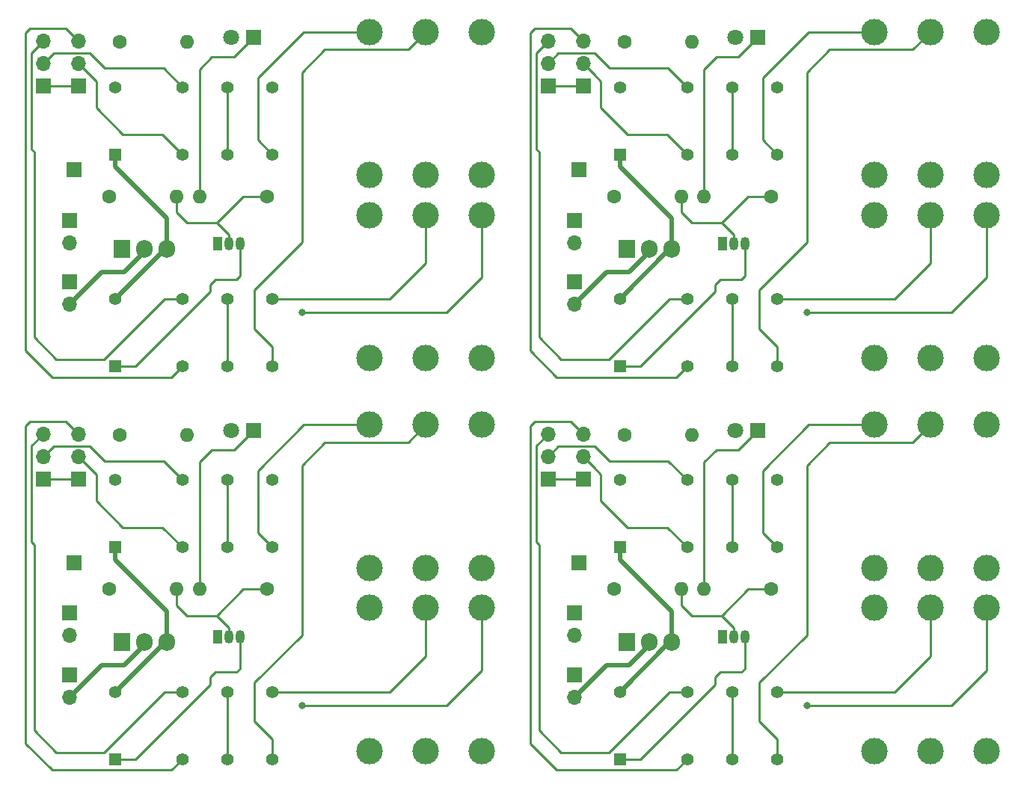
<source format=gbr>
%TF.GenerationSoftware,KiCad,Pcbnew,7.0.9*%
%TF.CreationDate,2024-06-08T21:45:48-04:00*%
%TF.ProjectId,V2 Loop Panel,5632204c-6f6f-4702-9050-616e656c2e6b,rev?*%
%TF.SameCoordinates,Original*%
%TF.FileFunction,Copper,L1,Top*%
%TF.FilePolarity,Positive*%
%FSLAX46Y46*%
G04 Gerber Fmt 4.6, Leading zero omitted, Abs format (unit mm)*
G04 Created by KiCad (PCBNEW 7.0.9) date 2024-06-08 21:45:48*
%MOMM*%
%LPD*%
G01*
G04 APERTURE LIST*
%TA.AperFunction,ComponentPad*%
%ADD10C,1.600000*%
%TD*%
%TA.AperFunction,ComponentPad*%
%ADD11O,1.600000X1.600000*%
%TD*%
%TA.AperFunction,ComponentPad*%
%ADD12R,1.700000X1.700000*%
%TD*%
%TA.AperFunction,ComponentPad*%
%ADD13O,1.700000X1.700000*%
%TD*%
%TA.AperFunction,ComponentPad*%
%ADD14R,1.400000X1.400000*%
%TD*%
%TA.AperFunction,ComponentPad*%
%ADD15C,1.400000*%
%TD*%
%TA.AperFunction,ComponentPad*%
%ADD16R,1.905000X2.000000*%
%TD*%
%TA.AperFunction,ComponentPad*%
%ADD17O,1.905000X2.000000*%
%TD*%
%TA.AperFunction,ComponentPad*%
%ADD18C,3.000000*%
%TD*%
%TA.AperFunction,ComponentPad*%
%ADD19R,1.800000X1.800000*%
%TD*%
%TA.AperFunction,ComponentPad*%
%ADD20C,1.800000*%
%TD*%
%TA.AperFunction,ComponentPad*%
%ADD21R,1.050000X1.500000*%
%TD*%
%TA.AperFunction,ComponentPad*%
%ADD22O,1.050000X1.500000*%
%TD*%
%TA.AperFunction,ViaPad*%
%ADD23C,0.800000*%
%TD*%
%TA.AperFunction,Conductor*%
%ADD24C,0.250000*%
%TD*%
%TA.AperFunction,Conductor*%
%ADD25C,0.500000*%
%TD*%
G04 APERTURE END LIST*
D10*
%TO.P,LGate1,1*%
%TO.N,Board_3-/Control*%
X159510398Y-86010399D03*
D11*
%TO.P,LGate1,2*%
%TO.N,Board_3-Net-(QL1-G)*%
X167130398Y-86010399D03*
%TD*%
D12*
%TO.P,In1,1,Pin_1*%
%TO.N,Board_0-/Signal_Gnd*%
X94875000Y-29025000D03*
D13*
%TO.P,In1,2,Pin_2*%
%TO.N,Board_0-/L_in*%
X94875000Y-26485000D03*
%TO.P,In1,3,Pin_3*%
%TO.N,Board_0-/R_in*%
X94875000Y-23945000D03*
%TD*%
D12*
%TO.P,Out1,1,Pin_1*%
%TO.N,Board_0-/Signal_Gnd*%
X98875000Y-29025000D03*
D13*
%TO.P,Out1,2,Pin_2*%
%TO.N,Board_0-/L_out*%
X98875000Y-26485000D03*
%TO.P,Out1,3,Pin_3*%
%TO.N,Board_0-/R_out*%
X98875000Y-23945000D03*
%TD*%
D12*
%TO.P,In1,1,Pin_1*%
%TO.N,Board_3-/Signal_Gnd*%
X152010398Y-73535399D03*
D13*
%TO.P,In1,2,Pin_2*%
%TO.N,Board_3-/L_in*%
X152010398Y-70995399D03*
%TO.P,In1,3,Pin_3*%
%TO.N,Board_3-/R_in*%
X152010398Y-68455399D03*
%TD*%
D14*
%TO.P,Right1,1*%
%TO.N,Board_0-Net-(QL1-D)*%
X103017500Y-60762500D03*
D15*
%TO.P,Right1,4*%
%TO.N,Board_0-/R_out*%
X110637500Y-60762500D03*
%TO.P,Right1,6*%
%TO.N,Board_0-Net-(Right1-Pad11)*%
X115717500Y-60762500D03*
%TO.P,Right1,8*%
%TO.N,Board_0-/R_Return*%
X120797500Y-60762500D03*
%TO.P,Right1,9*%
%TO.N,Board_0-/R_send*%
X120797500Y-53142500D03*
%TO.P,Right1,11*%
%TO.N,Board_0-Net-(Right1-Pad11)*%
X115717500Y-53142500D03*
%TO.P,Right1,13*%
%TO.N,Board_0-/R_in*%
X110637500Y-53142500D03*
%TO.P,Right1,16*%
%TO.N,Board_0-/5V*%
X103017500Y-53142500D03*
%TD*%
D14*
%TO.P,Left/Mono1,1*%
%TO.N,Board_2-/5V*%
X103017500Y-81272899D03*
D15*
%TO.P,Left/Mono1,4*%
%TO.N,Board_2-/L_out*%
X110637500Y-81272899D03*
%TO.P,Left/Mono1,6*%
%TO.N,Board_2-Net-(Left/Mono1-Pad11)*%
X115717500Y-81272899D03*
%TO.P,Left/Mono1,8*%
%TO.N,Board_2-/L_Return*%
X120797500Y-81272899D03*
%TO.P,Left/Mono1,9*%
%TO.N,Board_2-/L_Send*%
X120797500Y-73652899D03*
%TO.P,Left/Mono1,11*%
%TO.N,Board_2-Net-(Left/Mono1-Pad11)*%
X115717500Y-73652899D03*
%TO.P,Left/Mono1,13*%
%TO.N,Board_2-/L_in*%
X110637500Y-73652899D03*
%TO.P,Left/Mono1,16*%
%TO.N,Board_2-Net-(QL1-D)*%
X103017500Y-73652899D03*
%TD*%
D16*
%TO.P,U1,1,IN*%
%TO.N,Board_2-/9V*%
X103795000Y-92010399D03*
D17*
%TO.P,U1,2,GND*%
%TO.N,Board_2-/Ctrl_GND*%
X106335000Y-92010399D03*
%TO.P,U1,3,OUT*%
%TO.N,Board_2-/5V*%
X108875000Y-92010399D03*
%TD*%
D18*
%TO.P,Send1,R*%
%TO.N,Board_2-/R_send*%
X138200000Y-88145399D03*
%TO.P,Send1,RN*%
%TO.N,Board_2-Net-(R8-Pad2)*%
X138200000Y-104375399D03*
%TO.P,Send1,S*%
%TO.N,Board_2-/Signal_Gnd*%
X144550000Y-88145399D03*
%TO.P,Send1,SN*%
%TO.N,Board_2-unconnected-(Send1-PadSN)*%
X144550000Y-104375399D03*
%TO.P,Send1,T*%
%TO.N,Board_2-/L_Send*%
X131850000Y-88145399D03*
%TO.P,Send1,TN*%
%TO.N,Board_2-Net-(R9-Pad2)*%
X131850000Y-104375399D03*
%TD*%
D19*
%TO.P,D1,1,K*%
%TO.N,Board_2-/Ctrl_GND*%
X118650000Y-68010399D03*
D20*
%TO.P,D1,2,A*%
%TO.N,Board_2-Net-(D1-A)*%
X116110000Y-68010399D03*
%TD*%
D21*
%TO.P,QL1,1,S*%
%TO.N,Board_2-/Ctrl_GND*%
X114605000Y-91370399D03*
D22*
%TO.P,QL1,2,G*%
%TO.N,Board_2-Net-(QL1-G)*%
X115875000Y-91370399D03*
%TO.P,QL1,3,D*%
%TO.N,Board_2-Net-(QL1-D)*%
X117145000Y-91370399D03*
%TD*%
D19*
%TO.P,D1,1,K*%
%TO.N,Board_1-/Ctrl_GND*%
X175785398Y-23500000D03*
D20*
%TO.P,D1,2,A*%
%TO.N,Board_1-Net-(D1-A)*%
X173245398Y-23500000D03*
%TD*%
D12*
%TO.P,In1,1,Pin_1*%
%TO.N,Board_2-/Signal_Gnd*%
X94875000Y-73535399D03*
D13*
%TO.P,In1,2,Pin_2*%
%TO.N,Board_2-/L_in*%
X94875000Y-70995399D03*
%TO.P,In1,3,Pin_3*%
%TO.N,Board_2-/R_in*%
X94875000Y-68455399D03*
%TD*%
D18*
%TO.P,Return1,R*%
%TO.N,Board_1-/R_Return*%
X195335398Y-22885000D03*
%TO.P,Return1,RN*%
%TO.N,Board_1-Net-(R8-Pad1)*%
X195335398Y-39115000D03*
%TO.P,Return1,S*%
%TO.N,Board_1-/Signal_Gnd*%
X201685398Y-22885000D03*
%TO.P,Return1,SN*%
%TO.N,Board_1-unconnected-(Return1-PadSN)*%
X201685398Y-39115000D03*
%TO.P,Return1,T*%
%TO.N,Board_1-/L_Return*%
X188985398Y-22885000D03*
%TO.P,Return1,TN*%
%TO.N,Board_1-Net-(R9-Pad1)*%
X188985398Y-39115000D03*
%TD*%
D21*
%TO.P,QL1,1,S*%
%TO.N,Board_1-/Ctrl_GND*%
X171740398Y-46860000D03*
D22*
%TO.P,QL1,2,G*%
%TO.N,Board_1-Net-(QL1-G)*%
X173010398Y-46860000D03*
%TO.P,QL1,3,D*%
%TO.N,Board_1-Net-(QL1-D)*%
X174280398Y-46860000D03*
%TD*%
D12*
%TO.P,J1,1,Pin_1*%
%TO.N,Board_2-/Control*%
X98375000Y-83010399D03*
%TD*%
%TO.P,J2,1,Pin_1*%
%TO.N,Board_2-/9V*%
X97875000Y-95735399D03*
D13*
%TO.P,J2,2,Pin_2*%
%TO.N,Board_2-/Ctrl_GND*%
X97875000Y-98275399D03*
%TD*%
D12*
%TO.P,J2,1,Pin_1*%
%TO.N,Board_0-/9V*%
X97875000Y-51225000D03*
D13*
%TO.P,J2,2,Pin_2*%
%TO.N,Board_0-/Ctrl_GND*%
X97875000Y-53765000D03*
%TD*%
D10*
%TO.P,RLed1,1*%
%TO.N,Board_0-/Control*%
X103565000Y-24000000D03*
D11*
%TO.P,RLed1,2*%
%TO.N,Board_0-Net-(D1-A)*%
X111185000Y-24000000D03*
%TD*%
D10*
%TO.P,LeftPD1,1*%
%TO.N,Board_1-Net-(QL1-G)*%
X177320398Y-41500000D03*
D11*
%TO.P,LeftPD1,2*%
%TO.N,Board_1-/Ctrl_GND*%
X169700398Y-41500000D03*
%TD*%
D12*
%TO.P,In1,1,Pin_1*%
%TO.N,Board_1-/Signal_Gnd*%
X152010398Y-29025000D03*
D13*
%TO.P,In1,2,Pin_2*%
%TO.N,Board_1-/L_in*%
X152010398Y-26485000D03*
%TO.P,In1,3,Pin_3*%
%TO.N,Board_1-/R_in*%
X152010398Y-23945000D03*
%TD*%
D10*
%TO.P,LeftPD1,1*%
%TO.N,Board_3-Net-(QL1-G)*%
X177320398Y-86010399D03*
D11*
%TO.P,LeftPD1,2*%
%TO.N,Board_3-/Ctrl_GND*%
X169700398Y-86010399D03*
%TD*%
D14*
%TO.P,Right1,1*%
%TO.N,Board_3-Net-(QL1-D)*%
X160152898Y-105272899D03*
D15*
%TO.P,Right1,4*%
%TO.N,Board_3-/R_out*%
X167772898Y-105272899D03*
%TO.P,Right1,6*%
%TO.N,Board_3-Net-(Right1-Pad11)*%
X172852898Y-105272899D03*
%TO.P,Right1,8*%
%TO.N,Board_3-/R_Return*%
X177932898Y-105272899D03*
%TO.P,Right1,9*%
%TO.N,Board_3-/R_send*%
X177932898Y-97652899D03*
%TO.P,Right1,11*%
%TO.N,Board_3-Net-(Right1-Pad11)*%
X172852898Y-97652899D03*
%TO.P,Right1,13*%
%TO.N,Board_3-/R_in*%
X167772898Y-97652899D03*
%TO.P,Right1,16*%
%TO.N,Board_3-/5V*%
X160152898Y-97652899D03*
%TD*%
D14*
%TO.P,Left/Mono1,1*%
%TO.N,Board_3-/5V*%
X160152898Y-81272899D03*
D15*
%TO.P,Left/Mono1,4*%
%TO.N,Board_3-/L_out*%
X167772898Y-81272899D03*
%TO.P,Left/Mono1,6*%
%TO.N,Board_3-Net-(Left/Mono1-Pad11)*%
X172852898Y-81272899D03*
%TO.P,Left/Mono1,8*%
%TO.N,Board_3-/L_Return*%
X177932898Y-81272899D03*
%TO.P,Left/Mono1,9*%
%TO.N,Board_3-/L_Send*%
X177932898Y-73652899D03*
%TO.P,Left/Mono1,11*%
%TO.N,Board_3-Net-(Left/Mono1-Pad11)*%
X172852898Y-73652899D03*
%TO.P,Left/Mono1,13*%
%TO.N,Board_3-/L_in*%
X167772898Y-73652899D03*
%TO.P,Left/Mono1,16*%
%TO.N,Board_3-Net-(QL1-D)*%
X160152898Y-73652899D03*
%TD*%
D12*
%TO.P,Out1,1,Pin_1*%
%TO.N,Board_2-/Signal_Gnd*%
X98875000Y-73535399D03*
D13*
%TO.P,Out1,2,Pin_2*%
%TO.N,Board_2-/L_out*%
X98875000Y-70995399D03*
%TO.P,Out1,3,Pin_3*%
%TO.N,Board_2-/R_out*%
X98875000Y-68455399D03*
%TD*%
D12*
%TO.P,J3,1,Pin_1*%
%TO.N,Board_2-/9V*%
X97875000Y-88735399D03*
D13*
%TO.P,J3,2,Pin_2*%
%TO.N,Board_2-/Ctrl_GND*%
X97875000Y-91275399D03*
%TD*%
D18*
%TO.P,Send1,R*%
%TO.N,Board_3-/R_send*%
X195335398Y-88145399D03*
%TO.P,Send1,RN*%
%TO.N,Board_3-Net-(R8-Pad2)*%
X195335398Y-104375399D03*
%TO.P,Send1,S*%
%TO.N,Board_3-/Signal_Gnd*%
X201685398Y-88145399D03*
%TO.P,Send1,SN*%
%TO.N,Board_3-unconnected-(Send1-PadSN)*%
X201685398Y-104375399D03*
%TO.P,Send1,T*%
%TO.N,Board_3-/L_Send*%
X188985398Y-88145399D03*
%TO.P,Send1,TN*%
%TO.N,Board_3-Net-(R9-Pad2)*%
X188985398Y-104375399D03*
%TD*%
D14*
%TO.P,Left/Mono1,1*%
%TO.N,Board_0-/5V*%
X103017500Y-36762500D03*
D15*
%TO.P,Left/Mono1,4*%
%TO.N,Board_0-/L_out*%
X110637500Y-36762500D03*
%TO.P,Left/Mono1,6*%
%TO.N,Board_0-Net-(Left/Mono1-Pad11)*%
X115717500Y-36762500D03*
%TO.P,Left/Mono1,8*%
%TO.N,Board_0-/L_Return*%
X120797500Y-36762500D03*
%TO.P,Left/Mono1,9*%
%TO.N,Board_0-/L_Send*%
X120797500Y-29142500D03*
%TO.P,Left/Mono1,11*%
%TO.N,Board_0-Net-(Left/Mono1-Pad11)*%
X115717500Y-29142500D03*
%TO.P,Left/Mono1,13*%
%TO.N,Board_0-/L_in*%
X110637500Y-29142500D03*
%TO.P,Left/Mono1,16*%
%TO.N,Board_0-Net-(QL1-D)*%
X103017500Y-29142500D03*
%TD*%
D14*
%TO.P,Right1,1*%
%TO.N,Board_1-Net-(QL1-D)*%
X160152898Y-60762500D03*
D15*
%TO.P,Right1,4*%
%TO.N,Board_1-/R_out*%
X167772898Y-60762500D03*
%TO.P,Right1,6*%
%TO.N,Board_1-Net-(Right1-Pad11)*%
X172852898Y-60762500D03*
%TO.P,Right1,8*%
%TO.N,Board_1-/R_Return*%
X177932898Y-60762500D03*
%TO.P,Right1,9*%
%TO.N,Board_1-/R_send*%
X177932898Y-53142500D03*
%TO.P,Right1,11*%
%TO.N,Board_1-Net-(Right1-Pad11)*%
X172852898Y-53142500D03*
%TO.P,Right1,13*%
%TO.N,Board_1-/R_in*%
X167772898Y-53142500D03*
%TO.P,Right1,16*%
%TO.N,Board_1-/5V*%
X160152898Y-53142500D03*
%TD*%
D12*
%TO.P,J1,1,Pin_1*%
%TO.N,Board_1-/Control*%
X155510398Y-38500000D03*
%TD*%
D14*
%TO.P,Right1,1*%
%TO.N,Board_2-Net-(QL1-D)*%
X103017500Y-105272899D03*
D15*
%TO.P,Right1,4*%
%TO.N,Board_2-/R_out*%
X110637500Y-105272899D03*
%TO.P,Right1,6*%
%TO.N,Board_2-Net-(Right1-Pad11)*%
X115717500Y-105272899D03*
%TO.P,Right1,8*%
%TO.N,Board_2-/R_Return*%
X120797500Y-105272899D03*
%TO.P,Right1,9*%
%TO.N,Board_2-/R_send*%
X120797500Y-97652899D03*
%TO.P,Right1,11*%
%TO.N,Board_2-Net-(Right1-Pad11)*%
X115717500Y-97652899D03*
%TO.P,Right1,13*%
%TO.N,Board_2-/R_in*%
X110637500Y-97652899D03*
%TO.P,Right1,16*%
%TO.N,Board_2-/5V*%
X103017500Y-97652899D03*
%TD*%
D10*
%TO.P,LGate1,1*%
%TO.N,Board_0-/Control*%
X102375000Y-41500000D03*
D11*
%TO.P,LGate1,2*%
%TO.N,Board_0-Net-(QL1-G)*%
X109995000Y-41500000D03*
%TD*%
D10*
%TO.P,LGate1,1*%
%TO.N,Board_2-/Control*%
X102375000Y-86010399D03*
D11*
%TO.P,LGate1,2*%
%TO.N,Board_2-Net-(QL1-G)*%
X109995000Y-86010399D03*
%TD*%
D19*
%TO.P,D1,1,K*%
%TO.N,Board_3-/Ctrl_GND*%
X175785398Y-68010399D03*
D20*
%TO.P,D1,2,A*%
%TO.N,Board_3-Net-(D1-A)*%
X173245398Y-68010399D03*
%TD*%
D12*
%TO.P,J1,1,Pin_1*%
%TO.N,Board_0-/Control*%
X98375000Y-38500000D03*
%TD*%
%TO.P,J2,1,Pin_1*%
%TO.N,Board_1-/9V*%
X155010398Y-51225000D03*
D13*
%TO.P,J2,2,Pin_2*%
%TO.N,Board_1-/Ctrl_GND*%
X155010398Y-53765000D03*
%TD*%
D21*
%TO.P,QL1,1,S*%
%TO.N,Board_0-/Ctrl_GND*%
X114605000Y-46860000D03*
D22*
%TO.P,QL1,2,G*%
%TO.N,Board_0-Net-(QL1-G)*%
X115875000Y-46860000D03*
%TO.P,QL1,3,D*%
%TO.N,Board_0-Net-(QL1-D)*%
X117145000Y-46860000D03*
%TD*%
D16*
%TO.P,U1,1,IN*%
%TO.N,Board_3-/9V*%
X160930398Y-92010399D03*
D17*
%TO.P,U1,2,GND*%
%TO.N,Board_3-/Ctrl_GND*%
X163470398Y-92010399D03*
%TO.P,U1,3,OUT*%
%TO.N,Board_3-/5V*%
X166010398Y-92010399D03*
%TD*%
D12*
%TO.P,J3,1,Pin_1*%
%TO.N,Board_1-/9V*%
X155010398Y-44225000D03*
D13*
%TO.P,J3,2,Pin_2*%
%TO.N,Board_1-/Ctrl_GND*%
X155010398Y-46765000D03*
%TD*%
D19*
%TO.P,D1,1,K*%
%TO.N,Board_0-/Ctrl_GND*%
X118650000Y-23500000D03*
D20*
%TO.P,D1,2,A*%
%TO.N,Board_0-Net-(D1-A)*%
X116110000Y-23500000D03*
%TD*%
D12*
%TO.P,J3,1,Pin_1*%
%TO.N,Board_3-/9V*%
X155010398Y-88735399D03*
D13*
%TO.P,J3,2,Pin_2*%
%TO.N,Board_3-/Ctrl_GND*%
X155010398Y-91275399D03*
%TD*%
D16*
%TO.P,U1,1,IN*%
%TO.N,Board_1-/9V*%
X160930398Y-47500000D03*
D17*
%TO.P,U1,2,GND*%
%TO.N,Board_1-/Ctrl_GND*%
X163470398Y-47500000D03*
%TO.P,U1,3,OUT*%
%TO.N,Board_1-/5V*%
X166010398Y-47500000D03*
%TD*%
D18*
%TO.P,Return1,R*%
%TO.N,Board_2-/R_Return*%
X138200000Y-67395399D03*
%TO.P,Return1,RN*%
%TO.N,Board_2-Net-(R8-Pad1)*%
X138200000Y-83625399D03*
%TO.P,Return1,S*%
%TO.N,Board_2-/Signal_Gnd*%
X144550000Y-67395399D03*
%TO.P,Return1,SN*%
%TO.N,Board_2-unconnected-(Return1-PadSN)*%
X144550000Y-83625399D03*
%TO.P,Return1,T*%
%TO.N,Board_2-/L_Return*%
X131850000Y-67395399D03*
%TO.P,Return1,TN*%
%TO.N,Board_2-Net-(R9-Pad1)*%
X131850000Y-83625399D03*
%TD*%
D12*
%TO.P,Out1,1,Pin_1*%
%TO.N,Board_1-/Signal_Gnd*%
X156010398Y-29025000D03*
D13*
%TO.P,Out1,2,Pin_2*%
%TO.N,Board_1-/L_out*%
X156010398Y-26485000D03*
%TO.P,Out1,3,Pin_3*%
%TO.N,Board_1-/R_out*%
X156010398Y-23945000D03*
%TD*%
D14*
%TO.P,Left/Mono1,1*%
%TO.N,Board_1-/5V*%
X160152898Y-36762500D03*
D15*
%TO.P,Left/Mono1,4*%
%TO.N,Board_1-/L_out*%
X167772898Y-36762500D03*
%TO.P,Left/Mono1,6*%
%TO.N,Board_1-Net-(Left/Mono1-Pad11)*%
X172852898Y-36762500D03*
%TO.P,Left/Mono1,8*%
%TO.N,Board_1-/L_Return*%
X177932898Y-36762500D03*
%TO.P,Left/Mono1,9*%
%TO.N,Board_1-/L_Send*%
X177932898Y-29142500D03*
%TO.P,Left/Mono1,11*%
%TO.N,Board_1-Net-(Left/Mono1-Pad11)*%
X172852898Y-29142500D03*
%TO.P,Left/Mono1,13*%
%TO.N,Board_1-/L_in*%
X167772898Y-29142500D03*
%TO.P,Left/Mono1,16*%
%TO.N,Board_1-Net-(QL1-D)*%
X160152898Y-29142500D03*
%TD*%
D16*
%TO.P,U1,1,IN*%
%TO.N,Board_0-/9V*%
X103795000Y-47500000D03*
D17*
%TO.P,U1,2,GND*%
%TO.N,Board_0-/Ctrl_GND*%
X106335000Y-47500000D03*
%TO.P,U1,3,OUT*%
%TO.N,Board_0-/5V*%
X108875000Y-47500000D03*
%TD*%
D10*
%TO.P,RLed1,1*%
%TO.N,Board_2-/Control*%
X103565000Y-68510399D03*
D11*
%TO.P,RLed1,2*%
%TO.N,Board_2-Net-(D1-A)*%
X111185000Y-68510399D03*
%TD*%
D12*
%TO.P,J3,1,Pin_1*%
%TO.N,Board_0-/9V*%
X97875000Y-44225000D03*
D13*
%TO.P,J3,2,Pin_2*%
%TO.N,Board_0-/Ctrl_GND*%
X97875000Y-46765000D03*
%TD*%
D18*
%TO.P,Return1,R*%
%TO.N,Board_0-/R_Return*%
X138200000Y-22885000D03*
%TO.P,Return1,RN*%
%TO.N,Board_0-Net-(R8-Pad1)*%
X138200000Y-39115000D03*
%TO.P,Return1,S*%
%TO.N,Board_0-/Signal_Gnd*%
X144550000Y-22885000D03*
%TO.P,Return1,SN*%
%TO.N,Board_0-unconnected-(Return1-PadSN)*%
X144550000Y-39115000D03*
%TO.P,Return1,T*%
%TO.N,Board_0-/L_Return*%
X131850000Y-22885000D03*
%TO.P,Return1,TN*%
%TO.N,Board_0-Net-(R9-Pad1)*%
X131850000Y-39115000D03*
%TD*%
D12*
%TO.P,J1,1,Pin_1*%
%TO.N,Board_3-/Control*%
X155510398Y-83010399D03*
%TD*%
D18*
%TO.P,Send1,R*%
%TO.N,Board_0-/R_send*%
X138200000Y-43635000D03*
%TO.P,Send1,RN*%
%TO.N,Board_0-Net-(R8-Pad2)*%
X138200000Y-59865000D03*
%TO.P,Send1,S*%
%TO.N,Board_0-/Signal_Gnd*%
X144550000Y-43635000D03*
%TO.P,Send1,SN*%
%TO.N,Board_0-unconnected-(Send1-PadSN)*%
X144550000Y-59865000D03*
%TO.P,Send1,T*%
%TO.N,Board_0-/L_Send*%
X131850000Y-43635000D03*
%TO.P,Send1,TN*%
%TO.N,Board_0-Net-(R9-Pad2)*%
X131850000Y-59865000D03*
%TD*%
%TO.P,Return1,R*%
%TO.N,Board_3-/R_Return*%
X195335398Y-67395399D03*
%TO.P,Return1,RN*%
%TO.N,Board_3-Net-(R8-Pad1)*%
X195335398Y-83625399D03*
%TO.P,Return1,S*%
%TO.N,Board_3-/Signal_Gnd*%
X201685398Y-67395399D03*
%TO.P,Return1,SN*%
%TO.N,Board_3-unconnected-(Return1-PadSN)*%
X201685398Y-83625399D03*
%TO.P,Return1,T*%
%TO.N,Board_3-/L_Return*%
X188985398Y-67395399D03*
%TO.P,Return1,TN*%
%TO.N,Board_3-Net-(R9-Pad1)*%
X188985398Y-83625399D03*
%TD*%
%TO.P,Send1,R*%
%TO.N,Board_1-/R_send*%
X195335398Y-43635000D03*
%TO.P,Send1,RN*%
%TO.N,Board_1-Net-(R8-Pad2)*%
X195335398Y-59865000D03*
%TO.P,Send1,S*%
%TO.N,Board_1-/Signal_Gnd*%
X201685398Y-43635000D03*
%TO.P,Send1,SN*%
%TO.N,Board_1-unconnected-(Send1-PadSN)*%
X201685398Y-59865000D03*
%TO.P,Send1,T*%
%TO.N,Board_1-/L_Send*%
X188985398Y-43635000D03*
%TO.P,Send1,TN*%
%TO.N,Board_1-Net-(R9-Pad2)*%
X188985398Y-59865000D03*
%TD*%
D10*
%TO.P,RLed1,1*%
%TO.N,Board_1-/Control*%
X160700398Y-24000000D03*
D11*
%TO.P,RLed1,2*%
%TO.N,Board_1-Net-(D1-A)*%
X168320398Y-24000000D03*
%TD*%
D12*
%TO.P,Out1,1,Pin_1*%
%TO.N,Board_3-/Signal_Gnd*%
X156010398Y-73535399D03*
D13*
%TO.P,Out1,2,Pin_2*%
%TO.N,Board_3-/L_out*%
X156010398Y-70995399D03*
%TO.P,Out1,3,Pin_3*%
%TO.N,Board_3-/R_out*%
X156010398Y-68455399D03*
%TD*%
D12*
%TO.P,J2,1,Pin_1*%
%TO.N,Board_3-/9V*%
X155010398Y-95735399D03*
D13*
%TO.P,J2,2,Pin_2*%
%TO.N,Board_3-/Ctrl_GND*%
X155010398Y-98275399D03*
%TD*%
D10*
%TO.P,LGate1,1*%
%TO.N,Board_1-/Control*%
X159510398Y-41500000D03*
D11*
%TO.P,LGate1,2*%
%TO.N,Board_1-Net-(QL1-G)*%
X167130398Y-41500000D03*
%TD*%
D10*
%TO.P,LeftPD1,1*%
%TO.N,Board_2-Net-(QL1-G)*%
X120185000Y-86010399D03*
D11*
%TO.P,LeftPD1,2*%
%TO.N,Board_2-/Ctrl_GND*%
X112565000Y-86010399D03*
%TD*%
D10*
%TO.P,LeftPD1,1*%
%TO.N,Board_0-Net-(QL1-G)*%
X120185000Y-41500000D03*
D11*
%TO.P,LeftPD1,2*%
%TO.N,Board_0-/Ctrl_GND*%
X112565000Y-41500000D03*
%TD*%
D10*
%TO.P,RLed1,1*%
%TO.N,Board_3-/Control*%
X160700398Y-68510399D03*
D11*
%TO.P,RLed1,2*%
%TO.N,Board_3-Net-(D1-A)*%
X168320398Y-68510399D03*
%TD*%
D21*
%TO.P,QL1,1,S*%
%TO.N,Board_3-/Ctrl_GND*%
X171740398Y-91370399D03*
D22*
%TO.P,QL1,2,G*%
%TO.N,Board_3-Net-(QL1-G)*%
X173010398Y-91370399D03*
%TO.P,QL1,3,D*%
%TO.N,Board_3-Net-(QL1-D)*%
X174280398Y-91370399D03*
%TD*%
D23*
%TO.N,Board_3-/Signal_Gnd*%
X181310398Y-99210399D03*
%TO.N,Board_2-/Signal_Gnd*%
X124175000Y-99210399D03*
%TO.N,Board_1-/Signal_Gnd*%
X181310398Y-54700000D03*
%TO.N,Board_0-/Signal_Gnd*%
X124175000Y-54700000D03*
%TD*%
D24*
%TO.N,Board_3-Net-(Right1-Pad11)*%
X172852898Y-105272899D02*
X172852898Y-97652899D01*
%TO.N,Board_3-Net-(QL1-G)*%
X167130398Y-87830399D02*
X167130398Y-86010399D01*
X173010398Y-90370399D02*
X171650398Y-89010399D01*
X171650398Y-89010399D02*
X168310398Y-89010399D01*
X173010398Y-91370399D02*
X173010398Y-90370399D01*
X174650398Y-86010399D02*
X177320398Y-86010399D01*
X171650398Y-89010399D02*
X174650398Y-86010399D01*
X168310398Y-89010399D02*
X167130398Y-87830399D01*
%TO.N,Board_3-Net-(QL1-D)*%
X174280398Y-95040399D02*
X174280398Y-91370399D01*
X162447898Y-105272899D02*
X170910398Y-96810399D01*
X171510398Y-95410399D02*
X173910398Y-95410399D01*
X160152898Y-105272899D02*
X162447898Y-105272899D01*
X170910398Y-96810399D02*
X170910398Y-96010399D01*
X170910398Y-96010399D02*
X171510398Y-95410399D01*
X173910398Y-95410399D02*
X174280398Y-95040399D01*
%TO.N,Board_3-Net-(Left/Mono1-Pad11)*%
X172852898Y-73652899D02*
X172852898Y-81272899D01*
%TO.N,Board_3-/Signal_Gnd*%
X201685398Y-95235399D02*
X197710398Y-99210399D01*
X152010398Y-73535399D02*
X156010398Y-73535399D01*
X201685398Y-88145399D02*
X201685398Y-95235399D01*
X197710398Y-99210399D02*
X181310398Y-99210399D01*
%TO.N,Board_3-/R_send*%
X195335398Y-93585399D02*
X195335398Y-88145399D01*
X177932898Y-97652899D02*
X191267898Y-97652899D01*
X191267898Y-97652899D02*
X195335398Y-93585399D01*
%TO.N,Board_3-/R_out*%
X166535398Y-106510399D02*
X167772898Y-105272899D01*
X150510398Y-67010399D02*
X150010398Y-67510399D01*
X150010398Y-67510399D02*
X150010398Y-103510399D01*
X156010398Y-68455399D02*
X154565398Y-67010399D01*
X153010398Y-106510399D02*
X166535398Y-106510399D01*
X154565398Y-67010399D02*
X150510398Y-67010399D01*
X150010398Y-103510399D02*
X153010398Y-106510399D01*
%TO.N,Board_3-/R_in*%
X165722898Y-97652899D02*
X167772898Y-97652899D01*
X150696794Y-80696795D02*
X151010398Y-81010399D01*
X150696794Y-69769003D02*
X150696794Y-80696795D01*
X151010398Y-102010399D02*
X153510398Y-104510399D01*
X158865398Y-104510399D02*
X165722898Y-97652899D01*
X152010398Y-68455399D02*
X150696794Y-69769003D01*
X153510398Y-104510399D02*
X158865398Y-104510399D01*
X151010398Y-81010399D02*
X151010398Y-102010399D01*
%TO.N,Board_3-/R_Return*%
X183910398Y-69410399D02*
X193320398Y-69410399D01*
X177932898Y-103032899D02*
X175910398Y-101010399D01*
X177932898Y-105272899D02*
X177932898Y-103032899D01*
X181310398Y-91210399D02*
X181310398Y-72010399D01*
X181310398Y-72010399D02*
X183910398Y-69410399D01*
X193320398Y-69410399D02*
X195335398Y-67395399D01*
X175910398Y-101010399D02*
X175910398Y-96610399D01*
X175910398Y-96610399D02*
X181310398Y-91210399D01*
%TO.N,Board_3-/L_out*%
X161010398Y-79010399D02*
X165510398Y-79010399D01*
X157185398Y-72170399D02*
X157185398Y-72185399D01*
X157185398Y-72185399D02*
X158010398Y-73010399D01*
X165510398Y-79010399D02*
X167772898Y-81272899D01*
X158010398Y-73010399D02*
X158010398Y-76010399D01*
X158010398Y-76010399D02*
X161010398Y-79010399D01*
X156010398Y-70995399D02*
X157185398Y-72170399D01*
%TO.N,Board_3-/L_in*%
X165630398Y-71510399D02*
X167772898Y-73652899D01*
X157320398Y-69820399D02*
X159010398Y-71510399D01*
X152010398Y-70995399D02*
X153185398Y-69820399D01*
X159010398Y-71510399D02*
X165630398Y-71510399D01*
X153185398Y-69820399D02*
X157320398Y-69820399D01*
%TO.N,Board_3-/L_Return*%
X176310398Y-72610399D02*
X181525398Y-67395399D01*
X181525398Y-67395399D02*
X188985398Y-67395399D01*
X177932898Y-81272899D02*
X176310398Y-79650399D01*
X176310398Y-79650399D02*
X176310398Y-72610399D01*
D25*
%TO.N,Board_3-/Ctrl_GND*%
X163470398Y-92322899D02*
X163470398Y-92010399D01*
X158675398Y-94610399D02*
X161182898Y-94610399D01*
X155010398Y-98275399D02*
X158675398Y-94610399D01*
D24*
X171110398Y-70210399D02*
X169700398Y-71620399D01*
X173585398Y-70210399D02*
X171110398Y-70210399D01*
X175785398Y-68010399D02*
X173585398Y-70210399D01*
D25*
X161182898Y-94610399D02*
X163470398Y-92322899D01*
D24*
X169700398Y-71620399D02*
X169700398Y-86010399D01*
D25*
%TO.N,Board_3-/5V*%
X160152898Y-81272899D02*
X160152898Y-82652899D01*
X165795398Y-92010399D02*
X166010398Y-92010399D01*
X160152898Y-97652899D02*
X165795398Y-92010399D01*
X160152898Y-82652899D02*
X166010398Y-88510399D01*
X166010398Y-88510399D02*
X166010398Y-92010399D01*
D24*
%TO.N,Board_2-Net-(Right1-Pad11)*%
X115717500Y-105272899D02*
X115717500Y-97652899D01*
%TO.N,Board_2-Net-(QL1-G)*%
X115875000Y-90370399D02*
X114515000Y-89010399D01*
X117515000Y-86010399D02*
X120185000Y-86010399D01*
X115875000Y-91370399D02*
X115875000Y-90370399D01*
X109995000Y-87830399D02*
X109995000Y-86010399D01*
X114515000Y-89010399D02*
X111175000Y-89010399D01*
X114515000Y-89010399D02*
X117515000Y-86010399D01*
X111175000Y-89010399D02*
X109995000Y-87830399D01*
%TO.N,Board_2-Net-(QL1-D)*%
X113775000Y-96010399D02*
X114375000Y-95410399D01*
X105312500Y-105272899D02*
X113775000Y-96810399D01*
X116775000Y-95410399D02*
X117145000Y-95040399D01*
X114375000Y-95410399D02*
X116775000Y-95410399D01*
X103017500Y-105272899D02*
X105312500Y-105272899D01*
X117145000Y-95040399D02*
X117145000Y-91370399D01*
X113775000Y-96810399D02*
X113775000Y-96010399D01*
%TO.N,Board_2-Net-(Left/Mono1-Pad11)*%
X115717500Y-73652899D02*
X115717500Y-81272899D01*
%TO.N,Board_2-/Signal_Gnd*%
X140575000Y-99210399D02*
X124175000Y-99210399D01*
X144550000Y-88145399D02*
X144550000Y-95235399D01*
X94875000Y-73535399D02*
X98875000Y-73535399D01*
X144550000Y-95235399D02*
X140575000Y-99210399D01*
%TO.N,Board_2-/R_send*%
X134132500Y-97652899D02*
X138200000Y-93585399D01*
X138200000Y-93585399D02*
X138200000Y-88145399D01*
X120797500Y-97652899D02*
X134132500Y-97652899D01*
%TO.N,Board_2-/R_out*%
X97430000Y-67010399D02*
X93375000Y-67010399D01*
X92875000Y-67510399D02*
X92875000Y-103510399D01*
X98875000Y-68455399D02*
X97430000Y-67010399D01*
X95875000Y-106510399D02*
X109400000Y-106510399D01*
X109400000Y-106510399D02*
X110637500Y-105272899D01*
X92875000Y-103510399D02*
X95875000Y-106510399D01*
X93375000Y-67010399D02*
X92875000Y-67510399D01*
%TO.N,Board_2-/R_in*%
X101730000Y-104510399D02*
X108587500Y-97652899D01*
X93875000Y-102010399D02*
X96375000Y-104510399D01*
X96375000Y-104510399D02*
X101730000Y-104510399D01*
X108587500Y-97652899D02*
X110637500Y-97652899D01*
X93561396Y-69769003D02*
X93561396Y-80696795D01*
X93875000Y-81010399D02*
X93875000Y-102010399D01*
X94875000Y-68455399D02*
X93561396Y-69769003D01*
X93561396Y-80696795D02*
X93875000Y-81010399D01*
%TO.N,Board_2-/R_Return*%
X136185000Y-69410399D02*
X138200000Y-67395399D01*
X120797500Y-103032899D02*
X118775000Y-101010399D01*
X124175000Y-72010399D02*
X126775000Y-69410399D01*
X126775000Y-69410399D02*
X136185000Y-69410399D01*
X120797500Y-105272899D02*
X120797500Y-103032899D01*
X118775000Y-101010399D02*
X118775000Y-96610399D01*
X124175000Y-91210399D02*
X124175000Y-72010399D01*
X118775000Y-96610399D02*
X124175000Y-91210399D01*
%TO.N,Board_2-/L_out*%
X100050000Y-72185399D02*
X100875000Y-73010399D01*
X108375000Y-79010399D02*
X110637500Y-81272899D01*
X98875000Y-70995399D02*
X100050000Y-72170399D01*
X103875000Y-79010399D02*
X108375000Y-79010399D01*
X100875000Y-73010399D02*
X100875000Y-76010399D01*
X100050000Y-72170399D02*
X100050000Y-72185399D01*
X100875000Y-76010399D02*
X103875000Y-79010399D01*
%TO.N,Board_2-/L_in*%
X100185000Y-69820399D02*
X101875000Y-71510399D01*
X101875000Y-71510399D02*
X108495000Y-71510399D01*
X108495000Y-71510399D02*
X110637500Y-73652899D01*
X94875000Y-70995399D02*
X96050000Y-69820399D01*
X96050000Y-69820399D02*
X100185000Y-69820399D01*
%TO.N,Board_2-/L_Return*%
X124390000Y-67395399D02*
X131850000Y-67395399D01*
X120797500Y-81272899D02*
X119175000Y-79650399D01*
X119175000Y-79650399D02*
X119175000Y-72610399D01*
X119175000Y-72610399D02*
X124390000Y-67395399D01*
%TO.N,Board_2-/Ctrl_GND*%
X118650000Y-68010399D02*
X116450000Y-70210399D01*
D25*
X106335000Y-92322899D02*
X106335000Y-92010399D01*
X101540000Y-94610399D02*
X104047500Y-94610399D01*
D24*
X116450000Y-70210399D02*
X113975000Y-70210399D01*
D25*
X104047500Y-94610399D02*
X106335000Y-92322899D01*
D24*
X112565000Y-71620399D02*
X112565000Y-86010399D01*
D25*
X97875000Y-98275399D02*
X101540000Y-94610399D01*
D24*
X113975000Y-70210399D02*
X112565000Y-71620399D01*
D25*
%TO.N,Board_2-/5V*%
X108660000Y-92010399D02*
X108875000Y-92010399D01*
X103017500Y-82652899D02*
X108875000Y-88510399D01*
X103017500Y-97652899D02*
X108660000Y-92010399D01*
X103017500Y-81272899D02*
X103017500Y-82652899D01*
X108875000Y-88510399D02*
X108875000Y-92010399D01*
D24*
%TO.N,Board_1-Net-(Right1-Pad11)*%
X172852898Y-60762500D02*
X172852898Y-53142500D01*
%TO.N,Board_1-Net-(QL1-G)*%
X173010398Y-46860000D02*
X173010398Y-45860000D01*
X171650398Y-44500000D02*
X168310398Y-44500000D01*
X174650398Y-41500000D02*
X177320398Y-41500000D01*
X168310398Y-44500000D02*
X167130398Y-43320000D01*
X173010398Y-45860000D02*
X171650398Y-44500000D01*
X167130398Y-43320000D02*
X167130398Y-41500000D01*
X171650398Y-44500000D02*
X174650398Y-41500000D01*
%TO.N,Board_1-Net-(QL1-D)*%
X171510398Y-50900000D02*
X173910398Y-50900000D01*
X162447898Y-60762500D02*
X170910398Y-52300000D01*
X170910398Y-52300000D02*
X170910398Y-51500000D01*
X170910398Y-51500000D02*
X171510398Y-50900000D01*
X160152898Y-60762500D02*
X162447898Y-60762500D01*
X173910398Y-50900000D02*
X174280398Y-50530000D01*
X174280398Y-50530000D02*
X174280398Y-46860000D01*
%TO.N,Board_1-Net-(Left/Mono1-Pad11)*%
X172852898Y-29142500D02*
X172852898Y-36762500D01*
%TO.N,Board_1-/Signal_Gnd*%
X152010398Y-29025000D02*
X156010398Y-29025000D01*
X201685398Y-43635000D02*
X201685398Y-50725000D01*
X197710398Y-54700000D02*
X181310398Y-54700000D01*
X201685398Y-50725000D02*
X197710398Y-54700000D01*
%TO.N,Board_1-/R_send*%
X177932898Y-53142500D02*
X191267898Y-53142500D01*
X191267898Y-53142500D02*
X195335398Y-49075000D01*
X195335398Y-49075000D02*
X195335398Y-43635000D01*
%TO.N,Board_1-/R_out*%
X150510398Y-22500000D02*
X150010398Y-23000000D01*
X166535398Y-62000000D02*
X167772898Y-60762500D01*
X153010398Y-62000000D02*
X166535398Y-62000000D01*
X154565398Y-22500000D02*
X150510398Y-22500000D01*
X150010398Y-23000000D02*
X150010398Y-59000000D01*
X156010398Y-23945000D02*
X154565398Y-22500000D01*
X150010398Y-59000000D02*
X153010398Y-62000000D01*
%TO.N,Board_1-/R_in*%
X165722898Y-53142500D02*
X167772898Y-53142500D01*
X150696794Y-25258604D02*
X150696794Y-36186396D01*
X150696794Y-36186396D02*
X151010398Y-36500000D01*
X153510398Y-60000000D02*
X158865398Y-60000000D01*
X158865398Y-60000000D02*
X165722898Y-53142500D01*
X151010398Y-36500000D02*
X151010398Y-57500000D01*
X151010398Y-57500000D02*
X153510398Y-60000000D01*
X152010398Y-23945000D02*
X150696794Y-25258604D01*
%TO.N,Board_1-/R_Return*%
X177932898Y-60762500D02*
X177932898Y-58522500D01*
X181310398Y-27500000D02*
X183910398Y-24900000D01*
X177932898Y-58522500D02*
X175910398Y-56500000D01*
X181310398Y-46700000D02*
X181310398Y-27500000D01*
X183910398Y-24900000D02*
X193320398Y-24900000D01*
X193320398Y-24900000D02*
X195335398Y-22885000D01*
X175910398Y-56500000D02*
X175910398Y-52100000D01*
X175910398Y-52100000D02*
X181310398Y-46700000D01*
%TO.N,Board_1-/L_out*%
X156010398Y-26485000D02*
X157185398Y-27660000D01*
X157185398Y-27675000D02*
X158010398Y-28500000D01*
X158010398Y-31500000D02*
X161010398Y-34500000D01*
X158010398Y-28500000D02*
X158010398Y-31500000D01*
X161010398Y-34500000D02*
X165510398Y-34500000D01*
X157185398Y-27660000D02*
X157185398Y-27675000D01*
X165510398Y-34500000D02*
X167772898Y-36762500D01*
%TO.N,Board_1-/L_in*%
X165630398Y-27000000D02*
X167772898Y-29142500D01*
X157320398Y-25310000D02*
X159010398Y-27000000D01*
X159010398Y-27000000D02*
X165630398Y-27000000D01*
X152010398Y-26485000D02*
X153185398Y-25310000D01*
X153185398Y-25310000D02*
X157320398Y-25310000D01*
%TO.N,Board_1-/L_Return*%
X181525398Y-22885000D02*
X188985398Y-22885000D01*
X176310398Y-28100000D02*
X181525398Y-22885000D01*
X176310398Y-35140000D02*
X176310398Y-28100000D01*
X177932898Y-36762500D02*
X176310398Y-35140000D01*
%TO.N,Board_1-/Ctrl_GND*%
X173585398Y-25700000D02*
X171110398Y-25700000D01*
X175785398Y-23500000D02*
X173585398Y-25700000D01*
D25*
X158675398Y-50100000D02*
X161182898Y-50100000D01*
D24*
X171110398Y-25700000D02*
X169700398Y-27110000D01*
D25*
X161182898Y-50100000D02*
X163470398Y-47812500D01*
X163470398Y-47812500D02*
X163470398Y-47500000D01*
D24*
X169700398Y-27110000D02*
X169700398Y-41500000D01*
D25*
X155010398Y-53765000D02*
X158675398Y-50100000D01*
%TO.N,Board_1-/5V*%
X160152898Y-53142500D02*
X165795398Y-47500000D01*
X160152898Y-38142500D02*
X166010398Y-44000000D01*
X160152898Y-36762500D02*
X160152898Y-38142500D01*
X165795398Y-47500000D02*
X166010398Y-47500000D01*
X166010398Y-44000000D02*
X166010398Y-47500000D01*
D24*
%TO.N,Board_0-Net-(Right1-Pad11)*%
X115717500Y-60762500D02*
X115717500Y-53142500D01*
%TO.N,Board_0-Net-(QL1-G)*%
X109995000Y-43320000D02*
X109995000Y-41500000D01*
X117515000Y-41500000D02*
X120185000Y-41500000D01*
X114515000Y-44500000D02*
X111175000Y-44500000D01*
X111175000Y-44500000D02*
X109995000Y-43320000D01*
X114515000Y-44500000D02*
X117515000Y-41500000D01*
X115875000Y-46860000D02*
X115875000Y-45860000D01*
X115875000Y-45860000D02*
X114515000Y-44500000D01*
%TO.N,Board_0-Net-(QL1-D)*%
X114375000Y-50900000D02*
X116775000Y-50900000D01*
X116775000Y-50900000D02*
X117145000Y-50530000D01*
X103017500Y-60762500D02*
X105312500Y-60762500D01*
X113775000Y-52300000D02*
X113775000Y-51500000D01*
X117145000Y-50530000D02*
X117145000Y-46860000D01*
X113775000Y-51500000D02*
X114375000Y-50900000D01*
X105312500Y-60762500D02*
X113775000Y-52300000D01*
%TO.N,Board_0-Net-(Left/Mono1-Pad11)*%
X115717500Y-29142500D02*
X115717500Y-36762500D01*
%TO.N,Board_0-/Signal_Gnd*%
X144550000Y-43635000D02*
X144550000Y-50725000D01*
X94875000Y-29025000D02*
X98875000Y-29025000D01*
X144550000Y-50725000D02*
X140575000Y-54700000D01*
X140575000Y-54700000D02*
X124175000Y-54700000D01*
%TO.N,Board_0-/R_send*%
X138200000Y-49075000D02*
X138200000Y-43635000D01*
X120797500Y-53142500D02*
X134132500Y-53142500D01*
X134132500Y-53142500D02*
X138200000Y-49075000D01*
%TO.N,Board_0-/R_out*%
X97430000Y-22500000D02*
X93375000Y-22500000D01*
X92875000Y-59000000D02*
X95875000Y-62000000D01*
X98875000Y-23945000D02*
X97430000Y-22500000D01*
X93375000Y-22500000D02*
X92875000Y-23000000D01*
X92875000Y-23000000D02*
X92875000Y-59000000D01*
X109400000Y-62000000D02*
X110637500Y-60762500D01*
X95875000Y-62000000D02*
X109400000Y-62000000D01*
%TO.N,Board_0-/R_in*%
X101730000Y-60000000D02*
X108587500Y-53142500D01*
X93561396Y-25258604D02*
X93561396Y-36186396D01*
X96375000Y-60000000D02*
X101730000Y-60000000D01*
X94875000Y-23945000D02*
X93561396Y-25258604D01*
X93875000Y-36500000D02*
X93875000Y-57500000D01*
X93561396Y-36186396D02*
X93875000Y-36500000D01*
X108587500Y-53142500D02*
X110637500Y-53142500D01*
X93875000Y-57500000D02*
X96375000Y-60000000D01*
%TO.N,Board_0-/R_Return*%
X120797500Y-60762500D02*
X120797500Y-58522500D01*
X126775000Y-24900000D02*
X136185000Y-24900000D01*
X118775000Y-52100000D02*
X124175000Y-46700000D01*
X118775000Y-56500000D02*
X118775000Y-52100000D01*
X124175000Y-27500000D02*
X126775000Y-24900000D01*
X136185000Y-24900000D02*
X138200000Y-22885000D01*
X120797500Y-58522500D02*
X118775000Y-56500000D01*
X124175000Y-46700000D02*
X124175000Y-27500000D01*
%TO.N,Board_0-/L_out*%
X108375000Y-34500000D02*
X110637500Y-36762500D01*
X100875000Y-31500000D02*
X103875000Y-34500000D01*
X100050000Y-27660000D02*
X100050000Y-27675000D01*
X100050000Y-27675000D02*
X100875000Y-28500000D01*
X103875000Y-34500000D02*
X108375000Y-34500000D01*
X100875000Y-28500000D02*
X100875000Y-31500000D01*
X98875000Y-26485000D02*
X100050000Y-27660000D01*
%TO.N,Board_0-/L_in*%
X101875000Y-27000000D02*
X108495000Y-27000000D01*
X108495000Y-27000000D02*
X110637500Y-29142500D01*
X94875000Y-26485000D02*
X96050000Y-25310000D01*
X96050000Y-25310000D02*
X100185000Y-25310000D01*
X100185000Y-25310000D02*
X101875000Y-27000000D01*
%TO.N,Board_0-/L_Return*%
X119175000Y-28100000D02*
X124390000Y-22885000D01*
X120797500Y-36762500D02*
X119175000Y-35140000D01*
X119175000Y-35140000D02*
X119175000Y-28100000D01*
X124390000Y-22885000D02*
X131850000Y-22885000D01*
%TO.N,Board_0-/Ctrl_GND*%
X116450000Y-25700000D02*
X113975000Y-25700000D01*
X112565000Y-27110000D02*
X112565000Y-41500000D01*
X113975000Y-25700000D02*
X112565000Y-27110000D01*
D25*
X97875000Y-53765000D02*
X101540000Y-50100000D01*
X106335000Y-47812500D02*
X106335000Y-47500000D01*
D24*
X118650000Y-23500000D02*
X116450000Y-25700000D01*
D25*
X104047500Y-50100000D02*
X106335000Y-47812500D01*
X101540000Y-50100000D02*
X104047500Y-50100000D01*
%TO.N,Board_0-/5V*%
X103017500Y-36762500D02*
X103017500Y-38142500D01*
X108660000Y-47500000D02*
X108875000Y-47500000D01*
X103017500Y-38142500D02*
X108875000Y-44000000D01*
X103017500Y-53142500D02*
X108660000Y-47500000D01*
X108875000Y-44000000D02*
X108875000Y-47500000D01*
%TD*%
M02*

</source>
